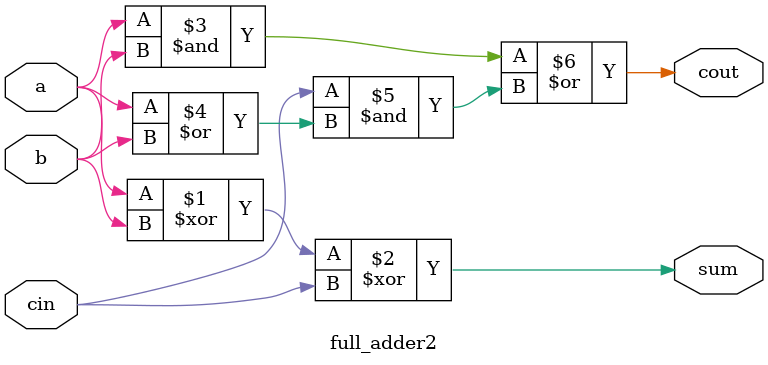
<source format=v>
module full_adder2(a,b,cin,sum,cout);
input a,b,cin;
output sum,cout;
assign sum = a^b^cin;
assign cout = a&b|cin&(a|b); 
// initial begin
//     $display("The correct adder");
// end   
endmodule
</source>
